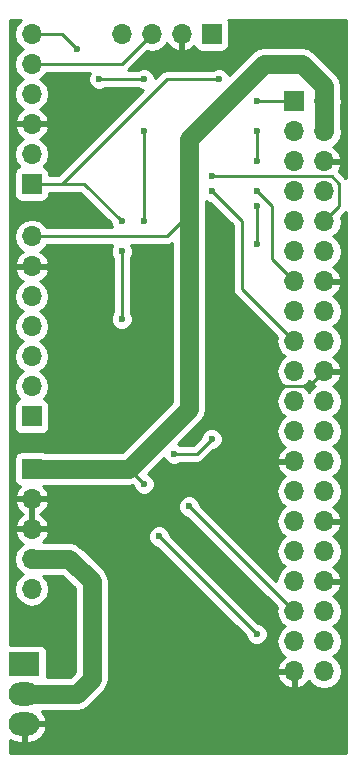
<source format=gbr>
G04 #@! TF.FileFunction,Copper,L1,Top,Signal*
%FSLAX46Y46*%
G04 Gerber Fmt 4.6, Leading zero omitted, Abs format (unit mm)*
G04 Created by KiCad (PCBNEW 4.0.7) date Thursday, August 30, 2018 'PMt' 07:12:51 PM*
%MOMM*%
%LPD*%
G01*
G04 APERTURE LIST*
%ADD10C,0.100000*%
%ADD11R,1.700000X1.700000*%
%ADD12O,1.700000X1.700000*%
%ADD13R,2.600000X2.000000*%
%ADD14O,2.600000X2.000000*%
%ADD15C,0.600000*%
%ADD16C,0.250000*%
%ADD17C,1.600000*%
%ADD18C,0.254000*%
G04 APERTURE END LIST*
D10*
D11*
X158750000Y-62230000D03*
D12*
X161290000Y-62230000D03*
X158750000Y-64770000D03*
X161290000Y-64770000D03*
X158750000Y-67310000D03*
X161290000Y-67310000D03*
X158750000Y-69850000D03*
X161290000Y-69850000D03*
X158750000Y-72390000D03*
X161290000Y-72390000D03*
X158750000Y-74930000D03*
X161290000Y-74930000D03*
X158750000Y-77470000D03*
X161290000Y-77470000D03*
X158750000Y-80010000D03*
X161290000Y-80010000D03*
X158750000Y-82550000D03*
X161290000Y-82550000D03*
X158750000Y-85090000D03*
X161290000Y-85090000D03*
X158750000Y-87630000D03*
X161290000Y-87630000D03*
X158750000Y-90170000D03*
X161290000Y-90170000D03*
X158750000Y-92710000D03*
X161290000Y-92710000D03*
X158750000Y-95250000D03*
X161290000Y-95250000D03*
X158750000Y-97790000D03*
X161290000Y-97790000D03*
X158750000Y-100330000D03*
X161290000Y-100330000D03*
X158750000Y-102870000D03*
X161290000Y-102870000D03*
X158750000Y-105410000D03*
X161290000Y-105410000D03*
X158750000Y-107950000D03*
X161290000Y-107950000D03*
X158750000Y-110490000D03*
X161290000Y-110490000D03*
D11*
X136525000Y-69215000D03*
D12*
X136525000Y-66675000D03*
X136525000Y-64135000D03*
X136525000Y-61595000D03*
X136525000Y-59055000D03*
X136525000Y-56515000D03*
D11*
X136525000Y-88900000D03*
D12*
X136525000Y-86360000D03*
X136525000Y-83820000D03*
X136525000Y-81280000D03*
X136525000Y-78740000D03*
X136525000Y-76200000D03*
X136525000Y-73660000D03*
D13*
X135890000Y-109855000D03*
D14*
X135890000Y-112395000D03*
X135890000Y-114935000D03*
D11*
X136525000Y-93345000D03*
D12*
X136525000Y-95885000D03*
X136525000Y-98425000D03*
X136525000Y-100965000D03*
X136525000Y-103505000D03*
D11*
X151765000Y-56515000D03*
D12*
X149225000Y-56515000D03*
X146685000Y-56515000D03*
X144145000Y-56515000D03*
D15*
X154305000Y-85090000D03*
X146050000Y-94615000D03*
X144145000Y-80645000D03*
X144145000Y-74930000D03*
X144145000Y-72390000D03*
X152400000Y-60325000D03*
X155575000Y-62230000D03*
X151765000Y-68580000D03*
X148590000Y-92075000D03*
X151765000Y-90805000D03*
X155575000Y-69850000D03*
X155575000Y-67310000D03*
X155575000Y-64770000D03*
X146050000Y-60325000D03*
X142240000Y-60325000D03*
X140335000Y-57785000D03*
X149860000Y-96520000D03*
X155575000Y-107315000D03*
X147320000Y-99060000D03*
X155575000Y-71120000D03*
X155575000Y-74295000D03*
X146050000Y-64770000D03*
X146050000Y-72390000D03*
X151765000Y-69850000D03*
D16*
X160020000Y-86360000D02*
X161290000Y-85090000D01*
X155575000Y-86360000D02*
X160020000Y-86360000D01*
X154305000Y-85090000D02*
X155575000Y-86360000D01*
X135255000Y-114300000D02*
X135890000Y-114935000D01*
X146050000Y-94615000D02*
X144780000Y-93345000D01*
X136525000Y-73660000D02*
X147955000Y-73660000D01*
X147955000Y-73660000D02*
X149860000Y-71755000D01*
D17*
X136525000Y-93345000D02*
X144780000Y-93345000D01*
X161290000Y-60960000D02*
X161290000Y-64770000D01*
X159385000Y-59055000D02*
X161290000Y-60960000D01*
X156210000Y-59055000D02*
X159385000Y-59055000D01*
X149860000Y-65405000D02*
X156210000Y-59055000D01*
X149860000Y-88265000D02*
X149860000Y-71755000D01*
X149860000Y-71755000D02*
X149860000Y-65405000D01*
X144780000Y-93345000D02*
X149860000Y-88265000D01*
D16*
X136525000Y-59055000D02*
X144145000Y-59055000D01*
X144145000Y-59055000D02*
X146685000Y-56515000D01*
X140970000Y-69215000D02*
X139065000Y-69215000D01*
X144145000Y-80645000D02*
X144145000Y-74930000D01*
X144145000Y-72390000D02*
X140970000Y-69215000D01*
X136525000Y-69215000D02*
X139065000Y-69215000D01*
X139065000Y-69215000D02*
X147955000Y-60325000D01*
X158750000Y-62230000D02*
X155575000Y-62230000D01*
X152400000Y-60325000D02*
X147955000Y-60325000D01*
X161290000Y-72390000D02*
X162560000Y-71120000D01*
X161925000Y-68580000D02*
X151765000Y-68580000D01*
X162560000Y-69215000D02*
X161925000Y-68580000D01*
X162560000Y-71120000D02*
X162560000Y-69215000D01*
X150495000Y-92075000D02*
X148590000Y-92075000D01*
X151765000Y-90805000D02*
X150495000Y-92075000D01*
X136525000Y-56515000D02*
X139065000Y-56515000D01*
X156845000Y-75565000D02*
X158750000Y-77470000D01*
X156845000Y-71120000D02*
X156845000Y-75565000D01*
X155575000Y-69850000D02*
X156845000Y-71120000D01*
X155575000Y-64770000D02*
X155575000Y-67310000D01*
X142240000Y-60325000D02*
X146050000Y-60325000D01*
X139065000Y-56515000D02*
X140335000Y-57785000D01*
X149860000Y-96520000D02*
X158750000Y-105410000D01*
X155575000Y-107315000D02*
X147320000Y-99060000D01*
X155575000Y-74295000D02*
X155575000Y-71120000D01*
X146050000Y-64770000D02*
X146050000Y-72390000D01*
X158750000Y-82550000D02*
X154305000Y-78105000D01*
X154305000Y-72390000D02*
X151765000Y-69850000D01*
X154305000Y-78105000D02*
X154305000Y-72390000D01*
D17*
X135890000Y-112395000D02*
X140335000Y-112395000D01*
X139700000Y-100965000D02*
X136525000Y-100965000D01*
X141605000Y-102870000D02*
X139700000Y-100965000D01*
X141605000Y-111125000D02*
X141605000Y-102870000D01*
X140335000Y-112395000D02*
X141605000Y-111125000D01*
D18*
G36*
X135445853Y-55464946D02*
X135123946Y-55946715D01*
X135010907Y-56515000D01*
X135123946Y-57083285D01*
X135445853Y-57565054D01*
X135775026Y-57785000D01*
X135445853Y-58004946D01*
X135123946Y-58486715D01*
X135010907Y-59055000D01*
X135123946Y-59623285D01*
X135445853Y-60105054D01*
X135775026Y-60325000D01*
X135445853Y-60544946D01*
X135123946Y-61026715D01*
X135010907Y-61595000D01*
X135123946Y-62163285D01*
X135445853Y-62645054D01*
X135786553Y-62872702D01*
X135643642Y-62939817D01*
X135253355Y-63368076D01*
X135083524Y-63778110D01*
X135204845Y-64008000D01*
X136398000Y-64008000D01*
X136398000Y-63988000D01*
X136652000Y-63988000D01*
X136652000Y-64008000D01*
X137845155Y-64008000D01*
X137966476Y-63778110D01*
X137796645Y-63368076D01*
X137406358Y-62939817D01*
X137263447Y-62872702D01*
X137604147Y-62645054D01*
X137926054Y-62163285D01*
X138039093Y-61595000D01*
X137926054Y-61026715D01*
X137604147Y-60544946D01*
X137274974Y-60325000D01*
X137604147Y-60105054D01*
X137797954Y-59815000D01*
X141439367Y-59815000D01*
X141305162Y-60138201D01*
X141304838Y-60510167D01*
X141446883Y-60853943D01*
X141709673Y-61117192D01*
X142053201Y-61259838D01*
X142425167Y-61260162D01*
X142768943Y-61118117D01*
X142802118Y-61085000D01*
X145487537Y-61085000D01*
X145519673Y-61117192D01*
X145863201Y-61259838D01*
X145945288Y-61259910D01*
X138750198Y-68455000D01*
X138022440Y-68455000D01*
X138022440Y-68365000D01*
X137978162Y-68129683D01*
X137839090Y-67913559D01*
X137626890Y-67768569D01*
X137559459Y-67754914D01*
X137604147Y-67725054D01*
X137926054Y-67243285D01*
X138039093Y-66675000D01*
X137926054Y-66106715D01*
X137604147Y-65624946D01*
X137263447Y-65397298D01*
X137406358Y-65330183D01*
X137796645Y-64901924D01*
X137966476Y-64491890D01*
X137845155Y-64262000D01*
X136652000Y-64262000D01*
X136652000Y-64282000D01*
X136398000Y-64282000D01*
X136398000Y-64262000D01*
X135204845Y-64262000D01*
X135083524Y-64491890D01*
X135253355Y-64901924D01*
X135643642Y-65330183D01*
X135786553Y-65397298D01*
X135445853Y-65624946D01*
X135123946Y-66106715D01*
X135010907Y-66675000D01*
X135123946Y-67243285D01*
X135445853Y-67725054D01*
X135487452Y-67752850D01*
X135439683Y-67761838D01*
X135223559Y-67900910D01*
X135078569Y-68113110D01*
X135027560Y-68365000D01*
X135027560Y-70065000D01*
X135071838Y-70300317D01*
X135210910Y-70516441D01*
X135423110Y-70661431D01*
X135675000Y-70712440D01*
X137375000Y-70712440D01*
X137610317Y-70668162D01*
X137826441Y-70529090D01*
X137971431Y-70316890D01*
X138022440Y-70065000D01*
X138022440Y-69975000D01*
X140655198Y-69975000D01*
X143209878Y-72529680D01*
X143209838Y-72575167D01*
X143344056Y-72900000D01*
X137797954Y-72900000D01*
X137604147Y-72609946D01*
X137122378Y-72288039D01*
X136554093Y-72175000D01*
X136495907Y-72175000D01*
X135927622Y-72288039D01*
X135445853Y-72609946D01*
X135123946Y-73091715D01*
X135010907Y-73660000D01*
X135123946Y-74228285D01*
X135445853Y-74710054D01*
X135786553Y-74937702D01*
X135643642Y-75004817D01*
X135253355Y-75433076D01*
X135083524Y-75843110D01*
X135204845Y-76073000D01*
X136398000Y-76073000D01*
X136398000Y-76053000D01*
X136652000Y-76053000D01*
X136652000Y-76073000D01*
X137845155Y-76073000D01*
X137966476Y-75843110D01*
X137796645Y-75433076D01*
X137406358Y-75004817D01*
X137263447Y-74937702D01*
X137604147Y-74710054D01*
X137797954Y-74420000D01*
X143344367Y-74420000D01*
X143210162Y-74743201D01*
X143209838Y-75115167D01*
X143351883Y-75458943D01*
X143385000Y-75492118D01*
X143385000Y-80082537D01*
X143352808Y-80114673D01*
X143210162Y-80458201D01*
X143209838Y-80830167D01*
X143351883Y-81173943D01*
X143614673Y-81437192D01*
X143958201Y-81579838D01*
X144330167Y-81580162D01*
X144673943Y-81438117D01*
X144937192Y-81175327D01*
X145079838Y-80831799D01*
X145080162Y-80459833D01*
X144938117Y-80116057D01*
X144905000Y-80082882D01*
X144905000Y-75492463D01*
X144937192Y-75460327D01*
X145079838Y-75116799D01*
X145080162Y-74744833D01*
X144945944Y-74420000D01*
X147955000Y-74420000D01*
X148245839Y-74362148D01*
X148425000Y-74242437D01*
X148425000Y-87670604D01*
X144185604Y-91910000D01*
X137643620Y-91910000D01*
X137626890Y-91898569D01*
X137375000Y-91847560D01*
X135675000Y-91847560D01*
X135439683Y-91891838D01*
X135223559Y-92030910D01*
X135078569Y-92243110D01*
X135027560Y-92495000D01*
X135027560Y-94195000D01*
X135071838Y-94430317D01*
X135210910Y-94646441D01*
X135423110Y-94791431D01*
X135531107Y-94813301D01*
X135253355Y-95118076D01*
X135083524Y-95528110D01*
X135204845Y-95758000D01*
X136398000Y-95758000D01*
X136398000Y-95738000D01*
X136652000Y-95738000D01*
X136652000Y-95758000D01*
X137845155Y-95758000D01*
X137966476Y-95528110D01*
X137796645Y-95118076D01*
X137520499Y-94815063D01*
X137610317Y-94798162D01*
X137638542Y-94780000D01*
X144780000Y-94780000D01*
X145080437Y-94720239D01*
X145114878Y-94754680D01*
X145114838Y-94800167D01*
X145256883Y-95143943D01*
X145519673Y-95407192D01*
X145863201Y-95549838D01*
X146235167Y-95550162D01*
X146578943Y-95408117D01*
X146842192Y-95145327D01*
X146984838Y-94801799D01*
X146985162Y-94429833D01*
X146843117Y-94086057D01*
X146580327Y-93822808D01*
X146404569Y-93749827D01*
X147724831Y-92429565D01*
X147796883Y-92603943D01*
X148059673Y-92867192D01*
X148403201Y-93009838D01*
X148775167Y-93010162D01*
X149118943Y-92868117D01*
X149152118Y-92835000D01*
X150495000Y-92835000D01*
X150785839Y-92777148D01*
X151032401Y-92612401D01*
X151904680Y-91740122D01*
X151950167Y-91740162D01*
X152293943Y-91598117D01*
X152557192Y-91335327D01*
X152699838Y-90991799D01*
X152700162Y-90619833D01*
X152558117Y-90276057D01*
X152295327Y-90012808D01*
X151951799Y-89870162D01*
X151579833Y-89869838D01*
X151236057Y-90011883D01*
X150972808Y-90274673D01*
X150830162Y-90618201D01*
X150830121Y-90665077D01*
X150180198Y-91315000D01*
X149152463Y-91315000D01*
X149120327Y-91282808D01*
X148944569Y-91209827D01*
X150874698Y-89279698D01*
X151060276Y-89001961D01*
X151185767Y-88814151D01*
X151295000Y-88265000D01*
X151295000Y-70667242D01*
X151578201Y-70784838D01*
X151625077Y-70784879D01*
X153545000Y-72704802D01*
X153545000Y-78105000D01*
X153602852Y-78395839D01*
X153767599Y-78642401D01*
X157308790Y-82183592D01*
X157235907Y-82550000D01*
X157348946Y-83118285D01*
X157670853Y-83600054D01*
X158000026Y-83820000D01*
X157670853Y-84039946D01*
X157348946Y-84521715D01*
X157235907Y-85090000D01*
X157348946Y-85658285D01*
X157670853Y-86140054D01*
X158000026Y-86360000D01*
X157670853Y-86579946D01*
X157348946Y-87061715D01*
X157235907Y-87630000D01*
X157348946Y-88198285D01*
X157670853Y-88680054D01*
X158000026Y-88900000D01*
X157670853Y-89119946D01*
X157348946Y-89601715D01*
X157235907Y-90170000D01*
X157348946Y-90738285D01*
X157670853Y-91220054D01*
X158011553Y-91447702D01*
X157868642Y-91514817D01*
X157478355Y-91943076D01*
X157308524Y-92353110D01*
X157429845Y-92583000D01*
X158623000Y-92583000D01*
X158623000Y-92563000D01*
X158877000Y-92563000D01*
X158877000Y-92583000D01*
X158897000Y-92583000D01*
X158897000Y-92837000D01*
X158877000Y-92837000D01*
X158877000Y-92857000D01*
X158623000Y-92857000D01*
X158623000Y-92837000D01*
X157429845Y-92837000D01*
X157308524Y-93066890D01*
X157478355Y-93476924D01*
X157868642Y-93905183D01*
X158011553Y-93972298D01*
X157670853Y-94199946D01*
X157348946Y-94681715D01*
X157235907Y-95250000D01*
X157348946Y-95818285D01*
X157670853Y-96300054D01*
X158000026Y-96520000D01*
X157670853Y-96739946D01*
X157348946Y-97221715D01*
X157235907Y-97790000D01*
X157348946Y-98358285D01*
X157670853Y-98840054D01*
X158000026Y-99060000D01*
X157670853Y-99279946D01*
X157348946Y-99761715D01*
X157235907Y-100330000D01*
X157348946Y-100898285D01*
X157670853Y-101380054D01*
X158000026Y-101600000D01*
X157670853Y-101819946D01*
X157348946Y-102301715D01*
X157244019Y-102829217D01*
X150795122Y-96380320D01*
X150795162Y-96334833D01*
X150653117Y-95991057D01*
X150390327Y-95727808D01*
X150046799Y-95585162D01*
X149674833Y-95584838D01*
X149331057Y-95726883D01*
X149067808Y-95989673D01*
X148925162Y-96333201D01*
X148924838Y-96705167D01*
X149066883Y-97048943D01*
X149329673Y-97312192D01*
X149673201Y-97454838D01*
X149720077Y-97454879D01*
X157308790Y-105043592D01*
X157235907Y-105410000D01*
X157348946Y-105978285D01*
X157670853Y-106460054D01*
X158000026Y-106680000D01*
X157670853Y-106899946D01*
X157348946Y-107381715D01*
X157235907Y-107950000D01*
X157348946Y-108518285D01*
X157670853Y-109000054D01*
X158011553Y-109227702D01*
X157868642Y-109294817D01*
X157478355Y-109723076D01*
X157308524Y-110133110D01*
X157429845Y-110363000D01*
X158623000Y-110363000D01*
X158623000Y-110343000D01*
X158877000Y-110343000D01*
X158877000Y-110363000D01*
X158897000Y-110363000D01*
X158897000Y-110617000D01*
X158877000Y-110617000D01*
X158877000Y-111810819D01*
X159106892Y-111931486D01*
X159631358Y-111685183D01*
X160021645Y-111256924D01*
X160021655Y-111256899D01*
X160210853Y-111540054D01*
X160692622Y-111861961D01*
X161260907Y-111975000D01*
X161319093Y-111975000D01*
X161887378Y-111861961D01*
X162369147Y-111540054D01*
X162691054Y-111058285D01*
X162804093Y-110490000D01*
X162691054Y-109921715D01*
X162369147Y-109439946D01*
X162039974Y-109220000D01*
X162369147Y-109000054D01*
X162691054Y-108518285D01*
X162804093Y-107950000D01*
X162691054Y-107381715D01*
X162369147Y-106899946D01*
X162039974Y-106680000D01*
X162369147Y-106460054D01*
X162691054Y-105978285D01*
X162804093Y-105410000D01*
X162691054Y-104841715D01*
X162369147Y-104359946D01*
X162028447Y-104132298D01*
X162171358Y-104065183D01*
X162561645Y-103636924D01*
X162731476Y-103226890D01*
X162610155Y-102997000D01*
X161417000Y-102997000D01*
X161417000Y-103017000D01*
X161163000Y-103017000D01*
X161163000Y-102997000D01*
X161143000Y-102997000D01*
X161143000Y-102743000D01*
X161163000Y-102743000D01*
X161163000Y-102723000D01*
X161417000Y-102723000D01*
X161417000Y-102743000D01*
X162610155Y-102743000D01*
X162731476Y-102513110D01*
X162561645Y-102103076D01*
X162171358Y-101674817D01*
X162028447Y-101607702D01*
X162369147Y-101380054D01*
X162691054Y-100898285D01*
X162804093Y-100330000D01*
X162691054Y-99761715D01*
X162369147Y-99279946D01*
X162028447Y-99052298D01*
X162171358Y-98985183D01*
X162561645Y-98556924D01*
X162731476Y-98146890D01*
X162610155Y-97917000D01*
X161417000Y-97917000D01*
X161417000Y-97937000D01*
X161163000Y-97937000D01*
X161163000Y-97917000D01*
X161143000Y-97917000D01*
X161143000Y-97663000D01*
X161163000Y-97663000D01*
X161163000Y-97643000D01*
X161417000Y-97643000D01*
X161417000Y-97663000D01*
X162610155Y-97663000D01*
X162731476Y-97433110D01*
X162561645Y-97023076D01*
X162171358Y-96594817D01*
X162028447Y-96527702D01*
X162369147Y-96300054D01*
X162691054Y-95818285D01*
X162804093Y-95250000D01*
X162691054Y-94681715D01*
X162369147Y-94199946D01*
X162039974Y-93980000D01*
X162369147Y-93760054D01*
X162691054Y-93278285D01*
X162804093Y-92710000D01*
X162691054Y-92141715D01*
X162369147Y-91659946D01*
X162039974Y-91440000D01*
X162369147Y-91220054D01*
X162691054Y-90738285D01*
X162804093Y-90170000D01*
X162691054Y-89601715D01*
X162369147Y-89119946D01*
X162039974Y-88900000D01*
X162369147Y-88680054D01*
X162691054Y-88198285D01*
X162804093Y-87630000D01*
X162691054Y-87061715D01*
X162369147Y-86579946D01*
X162028447Y-86352298D01*
X162171358Y-86285183D01*
X162561645Y-85856924D01*
X162731476Y-85446890D01*
X162610155Y-85217000D01*
X161417000Y-85217000D01*
X161417000Y-85237000D01*
X161163000Y-85237000D01*
X161163000Y-85217000D01*
X161143000Y-85217000D01*
X161143000Y-84963000D01*
X161163000Y-84963000D01*
X161163000Y-84943000D01*
X161417000Y-84943000D01*
X161417000Y-84963000D01*
X162610155Y-84963000D01*
X162731476Y-84733110D01*
X162561645Y-84323076D01*
X162171358Y-83894817D01*
X162028447Y-83827702D01*
X162369147Y-83600054D01*
X162691054Y-83118285D01*
X162804093Y-82550000D01*
X162691054Y-81981715D01*
X162369147Y-81499946D01*
X162039974Y-81280000D01*
X162369147Y-81060054D01*
X162691054Y-80578285D01*
X162804093Y-80010000D01*
X162691054Y-79441715D01*
X162369147Y-78959946D01*
X162028447Y-78732298D01*
X162171358Y-78665183D01*
X162561645Y-78236924D01*
X162731476Y-77826890D01*
X162610155Y-77597000D01*
X161417000Y-77597000D01*
X161417000Y-77617000D01*
X161163000Y-77617000D01*
X161163000Y-77597000D01*
X161143000Y-77597000D01*
X161143000Y-77343000D01*
X161163000Y-77343000D01*
X161163000Y-77323000D01*
X161417000Y-77323000D01*
X161417000Y-77343000D01*
X162610155Y-77343000D01*
X162731476Y-77113110D01*
X162561645Y-76703076D01*
X162171358Y-76274817D01*
X162028447Y-76207702D01*
X162369147Y-75980054D01*
X162691054Y-75498285D01*
X162804093Y-74930000D01*
X162691054Y-74361715D01*
X162369147Y-73879946D01*
X162039974Y-73660000D01*
X162369147Y-73440054D01*
X162691054Y-72958285D01*
X162804093Y-72390000D01*
X162731210Y-72023592D01*
X163097401Y-71657401D01*
X163120000Y-71623579D01*
X163120000Y-117400000D01*
X134695000Y-117400000D01*
X134695000Y-116277382D01*
X134846980Y-116396942D01*
X135463000Y-116570000D01*
X135763000Y-116570000D01*
X135763000Y-115062000D01*
X136017000Y-115062000D01*
X136017000Y-116570000D01*
X136317000Y-116570000D01*
X136933020Y-116396942D01*
X137435922Y-116001317D01*
X137749144Y-115443355D01*
X137780124Y-115315434D01*
X137660777Y-115062000D01*
X136017000Y-115062000D01*
X135763000Y-115062000D01*
X135743000Y-115062000D01*
X135743000Y-114808000D01*
X135763000Y-114808000D01*
X135763000Y-114788000D01*
X136017000Y-114788000D01*
X136017000Y-114808000D01*
X137660777Y-114808000D01*
X137780124Y-114554566D01*
X137749144Y-114426645D01*
X137435922Y-113868683D01*
X137386750Y-113830000D01*
X140335000Y-113830000D01*
X140884151Y-113720767D01*
X141349698Y-113409698D01*
X142619698Y-112139698D01*
X142930767Y-111674151D01*
X143040000Y-111125000D01*
X143040000Y-110846890D01*
X157308524Y-110846890D01*
X157478355Y-111256924D01*
X157868642Y-111685183D01*
X158393108Y-111931486D01*
X158623000Y-111810819D01*
X158623000Y-110617000D01*
X157429845Y-110617000D01*
X157308524Y-110846890D01*
X143040000Y-110846890D01*
X143040000Y-102870000D01*
X142930767Y-102320849D01*
X142619698Y-101855302D01*
X140714698Y-99950302D01*
X140661784Y-99914946D01*
X140249151Y-99639233D01*
X139700000Y-99530000D01*
X137488545Y-99530000D01*
X137748122Y-99245167D01*
X146384838Y-99245167D01*
X146526883Y-99588943D01*
X146789673Y-99852192D01*
X147133201Y-99994838D01*
X147180077Y-99994879D01*
X154639878Y-107454680D01*
X154639838Y-107500167D01*
X154781883Y-107843943D01*
X155044673Y-108107192D01*
X155388201Y-108249838D01*
X155760167Y-108250162D01*
X156103943Y-108108117D01*
X156367192Y-107845327D01*
X156509838Y-107501799D01*
X156510162Y-107129833D01*
X156368117Y-106786057D01*
X156105327Y-106522808D01*
X155761799Y-106380162D01*
X155714923Y-106380121D01*
X148255122Y-98920320D01*
X148255162Y-98874833D01*
X148113117Y-98531057D01*
X147850327Y-98267808D01*
X147506799Y-98125162D01*
X147134833Y-98124838D01*
X146791057Y-98266883D01*
X146527808Y-98529673D01*
X146385162Y-98873201D01*
X146384838Y-99245167D01*
X137748122Y-99245167D01*
X137796645Y-99191924D01*
X137966476Y-98781890D01*
X137845155Y-98552000D01*
X136652000Y-98552000D01*
X136652000Y-98572000D01*
X136398000Y-98572000D01*
X136398000Y-98552000D01*
X135204845Y-98552000D01*
X135083524Y-98781890D01*
X135253355Y-99191924D01*
X135643642Y-99620183D01*
X135786553Y-99687298D01*
X135445853Y-99914946D01*
X135123946Y-100396715D01*
X135010907Y-100965000D01*
X135123946Y-101533285D01*
X135445853Y-102015054D01*
X135775026Y-102235000D01*
X135445853Y-102454946D01*
X135123946Y-102936715D01*
X135010907Y-103505000D01*
X135123946Y-104073285D01*
X135445853Y-104555054D01*
X135927622Y-104876961D01*
X136495907Y-104990000D01*
X136554093Y-104990000D01*
X137122378Y-104876961D01*
X137604147Y-104555054D01*
X137926054Y-104073285D01*
X138039093Y-103505000D01*
X137926054Y-102936715D01*
X137604147Y-102454946D01*
X137521914Y-102400000D01*
X139105604Y-102400000D01*
X140170000Y-103464396D01*
X140170000Y-110530604D01*
X139740604Y-110960000D01*
X137816177Y-110960000D01*
X137837440Y-110855000D01*
X137837440Y-108855000D01*
X137793162Y-108619683D01*
X137654090Y-108403559D01*
X137441890Y-108258569D01*
X137190000Y-108207560D01*
X134695000Y-108207560D01*
X134695000Y-96241890D01*
X135083524Y-96241890D01*
X135253355Y-96651924D01*
X135643642Y-97080183D01*
X135802954Y-97155000D01*
X135643642Y-97229817D01*
X135253355Y-97658076D01*
X135083524Y-98068110D01*
X135204845Y-98298000D01*
X136398000Y-98298000D01*
X136398000Y-96012000D01*
X136652000Y-96012000D01*
X136652000Y-98298000D01*
X137845155Y-98298000D01*
X137966476Y-98068110D01*
X137796645Y-97658076D01*
X137406358Y-97229817D01*
X137247046Y-97155000D01*
X137406358Y-97080183D01*
X137796645Y-96651924D01*
X137966476Y-96241890D01*
X137845155Y-96012000D01*
X136652000Y-96012000D01*
X136398000Y-96012000D01*
X135204845Y-96012000D01*
X135083524Y-96241890D01*
X134695000Y-96241890D01*
X134695000Y-78740000D01*
X135010907Y-78740000D01*
X135123946Y-79308285D01*
X135445853Y-79790054D01*
X135775026Y-80010000D01*
X135445853Y-80229946D01*
X135123946Y-80711715D01*
X135010907Y-81280000D01*
X135123946Y-81848285D01*
X135445853Y-82330054D01*
X135775026Y-82550000D01*
X135445853Y-82769946D01*
X135123946Y-83251715D01*
X135010907Y-83820000D01*
X135123946Y-84388285D01*
X135445853Y-84870054D01*
X135775026Y-85090000D01*
X135445853Y-85309946D01*
X135123946Y-85791715D01*
X135010907Y-86360000D01*
X135123946Y-86928285D01*
X135445853Y-87410054D01*
X135487452Y-87437850D01*
X135439683Y-87446838D01*
X135223559Y-87585910D01*
X135078569Y-87798110D01*
X135027560Y-88050000D01*
X135027560Y-89750000D01*
X135071838Y-89985317D01*
X135210910Y-90201441D01*
X135423110Y-90346431D01*
X135675000Y-90397440D01*
X137375000Y-90397440D01*
X137610317Y-90353162D01*
X137826441Y-90214090D01*
X137971431Y-90001890D01*
X138022440Y-89750000D01*
X138022440Y-88050000D01*
X137978162Y-87814683D01*
X137839090Y-87598559D01*
X137626890Y-87453569D01*
X137559459Y-87439914D01*
X137604147Y-87410054D01*
X137926054Y-86928285D01*
X138039093Y-86360000D01*
X137926054Y-85791715D01*
X137604147Y-85309946D01*
X137274974Y-85090000D01*
X137604147Y-84870054D01*
X137926054Y-84388285D01*
X138039093Y-83820000D01*
X137926054Y-83251715D01*
X137604147Y-82769946D01*
X137274974Y-82550000D01*
X137604147Y-82330054D01*
X137926054Y-81848285D01*
X138039093Y-81280000D01*
X137926054Y-80711715D01*
X137604147Y-80229946D01*
X137274974Y-80010000D01*
X137604147Y-79790054D01*
X137926054Y-79308285D01*
X138039093Y-78740000D01*
X137926054Y-78171715D01*
X137604147Y-77689946D01*
X137263447Y-77462298D01*
X137406358Y-77395183D01*
X137796645Y-76966924D01*
X137966476Y-76556890D01*
X137845155Y-76327000D01*
X136652000Y-76327000D01*
X136652000Y-76347000D01*
X136398000Y-76347000D01*
X136398000Y-76327000D01*
X135204845Y-76327000D01*
X135083524Y-76556890D01*
X135253355Y-76966924D01*
X135643642Y-77395183D01*
X135786553Y-77462298D01*
X135445853Y-77689946D01*
X135123946Y-78171715D01*
X135010907Y-78740000D01*
X134695000Y-78740000D01*
X134695000Y-55320000D01*
X135662781Y-55320000D01*
X135445853Y-55464946D01*
X135445853Y-55464946D01*
G37*
X135445853Y-55464946D02*
X135123946Y-55946715D01*
X135010907Y-56515000D01*
X135123946Y-57083285D01*
X135445853Y-57565054D01*
X135775026Y-57785000D01*
X135445853Y-58004946D01*
X135123946Y-58486715D01*
X135010907Y-59055000D01*
X135123946Y-59623285D01*
X135445853Y-60105054D01*
X135775026Y-60325000D01*
X135445853Y-60544946D01*
X135123946Y-61026715D01*
X135010907Y-61595000D01*
X135123946Y-62163285D01*
X135445853Y-62645054D01*
X135786553Y-62872702D01*
X135643642Y-62939817D01*
X135253355Y-63368076D01*
X135083524Y-63778110D01*
X135204845Y-64008000D01*
X136398000Y-64008000D01*
X136398000Y-63988000D01*
X136652000Y-63988000D01*
X136652000Y-64008000D01*
X137845155Y-64008000D01*
X137966476Y-63778110D01*
X137796645Y-63368076D01*
X137406358Y-62939817D01*
X137263447Y-62872702D01*
X137604147Y-62645054D01*
X137926054Y-62163285D01*
X138039093Y-61595000D01*
X137926054Y-61026715D01*
X137604147Y-60544946D01*
X137274974Y-60325000D01*
X137604147Y-60105054D01*
X137797954Y-59815000D01*
X141439367Y-59815000D01*
X141305162Y-60138201D01*
X141304838Y-60510167D01*
X141446883Y-60853943D01*
X141709673Y-61117192D01*
X142053201Y-61259838D01*
X142425167Y-61260162D01*
X142768943Y-61118117D01*
X142802118Y-61085000D01*
X145487537Y-61085000D01*
X145519673Y-61117192D01*
X145863201Y-61259838D01*
X145945288Y-61259910D01*
X138750198Y-68455000D01*
X138022440Y-68455000D01*
X138022440Y-68365000D01*
X137978162Y-68129683D01*
X137839090Y-67913559D01*
X137626890Y-67768569D01*
X137559459Y-67754914D01*
X137604147Y-67725054D01*
X137926054Y-67243285D01*
X138039093Y-66675000D01*
X137926054Y-66106715D01*
X137604147Y-65624946D01*
X137263447Y-65397298D01*
X137406358Y-65330183D01*
X137796645Y-64901924D01*
X137966476Y-64491890D01*
X137845155Y-64262000D01*
X136652000Y-64262000D01*
X136652000Y-64282000D01*
X136398000Y-64282000D01*
X136398000Y-64262000D01*
X135204845Y-64262000D01*
X135083524Y-64491890D01*
X135253355Y-64901924D01*
X135643642Y-65330183D01*
X135786553Y-65397298D01*
X135445853Y-65624946D01*
X135123946Y-66106715D01*
X135010907Y-66675000D01*
X135123946Y-67243285D01*
X135445853Y-67725054D01*
X135487452Y-67752850D01*
X135439683Y-67761838D01*
X135223559Y-67900910D01*
X135078569Y-68113110D01*
X135027560Y-68365000D01*
X135027560Y-70065000D01*
X135071838Y-70300317D01*
X135210910Y-70516441D01*
X135423110Y-70661431D01*
X135675000Y-70712440D01*
X137375000Y-70712440D01*
X137610317Y-70668162D01*
X137826441Y-70529090D01*
X137971431Y-70316890D01*
X138022440Y-70065000D01*
X138022440Y-69975000D01*
X140655198Y-69975000D01*
X143209878Y-72529680D01*
X143209838Y-72575167D01*
X143344056Y-72900000D01*
X137797954Y-72900000D01*
X137604147Y-72609946D01*
X137122378Y-72288039D01*
X136554093Y-72175000D01*
X136495907Y-72175000D01*
X135927622Y-72288039D01*
X135445853Y-72609946D01*
X135123946Y-73091715D01*
X135010907Y-73660000D01*
X135123946Y-74228285D01*
X135445853Y-74710054D01*
X135786553Y-74937702D01*
X135643642Y-75004817D01*
X135253355Y-75433076D01*
X135083524Y-75843110D01*
X135204845Y-76073000D01*
X136398000Y-76073000D01*
X136398000Y-76053000D01*
X136652000Y-76053000D01*
X136652000Y-76073000D01*
X137845155Y-76073000D01*
X137966476Y-75843110D01*
X137796645Y-75433076D01*
X137406358Y-75004817D01*
X137263447Y-74937702D01*
X137604147Y-74710054D01*
X137797954Y-74420000D01*
X143344367Y-74420000D01*
X143210162Y-74743201D01*
X143209838Y-75115167D01*
X143351883Y-75458943D01*
X143385000Y-75492118D01*
X143385000Y-80082537D01*
X143352808Y-80114673D01*
X143210162Y-80458201D01*
X143209838Y-80830167D01*
X143351883Y-81173943D01*
X143614673Y-81437192D01*
X143958201Y-81579838D01*
X144330167Y-81580162D01*
X144673943Y-81438117D01*
X144937192Y-81175327D01*
X145079838Y-80831799D01*
X145080162Y-80459833D01*
X144938117Y-80116057D01*
X144905000Y-80082882D01*
X144905000Y-75492463D01*
X144937192Y-75460327D01*
X145079838Y-75116799D01*
X145080162Y-74744833D01*
X144945944Y-74420000D01*
X147955000Y-74420000D01*
X148245839Y-74362148D01*
X148425000Y-74242437D01*
X148425000Y-87670604D01*
X144185604Y-91910000D01*
X137643620Y-91910000D01*
X137626890Y-91898569D01*
X137375000Y-91847560D01*
X135675000Y-91847560D01*
X135439683Y-91891838D01*
X135223559Y-92030910D01*
X135078569Y-92243110D01*
X135027560Y-92495000D01*
X135027560Y-94195000D01*
X135071838Y-94430317D01*
X135210910Y-94646441D01*
X135423110Y-94791431D01*
X135531107Y-94813301D01*
X135253355Y-95118076D01*
X135083524Y-95528110D01*
X135204845Y-95758000D01*
X136398000Y-95758000D01*
X136398000Y-95738000D01*
X136652000Y-95738000D01*
X136652000Y-95758000D01*
X137845155Y-95758000D01*
X137966476Y-95528110D01*
X137796645Y-95118076D01*
X137520499Y-94815063D01*
X137610317Y-94798162D01*
X137638542Y-94780000D01*
X144780000Y-94780000D01*
X145080437Y-94720239D01*
X145114878Y-94754680D01*
X145114838Y-94800167D01*
X145256883Y-95143943D01*
X145519673Y-95407192D01*
X145863201Y-95549838D01*
X146235167Y-95550162D01*
X146578943Y-95408117D01*
X146842192Y-95145327D01*
X146984838Y-94801799D01*
X146985162Y-94429833D01*
X146843117Y-94086057D01*
X146580327Y-93822808D01*
X146404569Y-93749827D01*
X147724831Y-92429565D01*
X147796883Y-92603943D01*
X148059673Y-92867192D01*
X148403201Y-93009838D01*
X148775167Y-93010162D01*
X149118943Y-92868117D01*
X149152118Y-92835000D01*
X150495000Y-92835000D01*
X150785839Y-92777148D01*
X151032401Y-92612401D01*
X151904680Y-91740122D01*
X151950167Y-91740162D01*
X152293943Y-91598117D01*
X152557192Y-91335327D01*
X152699838Y-90991799D01*
X152700162Y-90619833D01*
X152558117Y-90276057D01*
X152295327Y-90012808D01*
X151951799Y-89870162D01*
X151579833Y-89869838D01*
X151236057Y-90011883D01*
X150972808Y-90274673D01*
X150830162Y-90618201D01*
X150830121Y-90665077D01*
X150180198Y-91315000D01*
X149152463Y-91315000D01*
X149120327Y-91282808D01*
X148944569Y-91209827D01*
X150874698Y-89279698D01*
X151060276Y-89001961D01*
X151185767Y-88814151D01*
X151295000Y-88265000D01*
X151295000Y-70667242D01*
X151578201Y-70784838D01*
X151625077Y-70784879D01*
X153545000Y-72704802D01*
X153545000Y-78105000D01*
X153602852Y-78395839D01*
X153767599Y-78642401D01*
X157308790Y-82183592D01*
X157235907Y-82550000D01*
X157348946Y-83118285D01*
X157670853Y-83600054D01*
X158000026Y-83820000D01*
X157670853Y-84039946D01*
X157348946Y-84521715D01*
X157235907Y-85090000D01*
X157348946Y-85658285D01*
X157670853Y-86140054D01*
X158000026Y-86360000D01*
X157670853Y-86579946D01*
X157348946Y-87061715D01*
X157235907Y-87630000D01*
X157348946Y-88198285D01*
X157670853Y-88680054D01*
X158000026Y-88900000D01*
X157670853Y-89119946D01*
X157348946Y-89601715D01*
X157235907Y-90170000D01*
X157348946Y-90738285D01*
X157670853Y-91220054D01*
X158011553Y-91447702D01*
X157868642Y-91514817D01*
X157478355Y-91943076D01*
X157308524Y-92353110D01*
X157429845Y-92583000D01*
X158623000Y-92583000D01*
X158623000Y-92563000D01*
X158877000Y-92563000D01*
X158877000Y-92583000D01*
X158897000Y-92583000D01*
X158897000Y-92837000D01*
X158877000Y-92837000D01*
X158877000Y-92857000D01*
X158623000Y-92857000D01*
X158623000Y-92837000D01*
X157429845Y-92837000D01*
X157308524Y-93066890D01*
X157478355Y-93476924D01*
X157868642Y-93905183D01*
X158011553Y-93972298D01*
X157670853Y-94199946D01*
X157348946Y-94681715D01*
X157235907Y-95250000D01*
X157348946Y-95818285D01*
X157670853Y-96300054D01*
X158000026Y-96520000D01*
X157670853Y-96739946D01*
X157348946Y-97221715D01*
X157235907Y-97790000D01*
X157348946Y-98358285D01*
X157670853Y-98840054D01*
X158000026Y-99060000D01*
X157670853Y-99279946D01*
X157348946Y-99761715D01*
X157235907Y-100330000D01*
X157348946Y-100898285D01*
X157670853Y-101380054D01*
X158000026Y-101600000D01*
X157670853Y-101819946D01*
X157348946Y-102301715D01*
X157244019Y-102829217D01*
X150795122Y-96380320D01*
X150795162Y-96334833D01*
X150653117Y-95991057D01*
X150390327Y-95727808D01*
X150046799Y-95585162D01*
X149674833Y-95584838D01*
X149331057Y-95726883D01*
X149067808Y-95989673D01*
X148925162Y-96333201D01*
X148924838Y-96705167D01*
X149066883Y-97048943D01*
X149329673Y-97312192D01*
X149673201Y-97454838D01*
X149720077Y-97454879D01*
X157308790Y-105043592D01*
X157235907Y-105410000D01*
X157348946Y-105978285D01*
X157670853Y-106460054D01*
X158000026Y-106680000D01*
X157670853Y-106899946D01*
X157348946Y-107381715D01*
X157235907Y-107950000D01*
X157348946Y-108518285D01*
X157670853Y-109000054D01*
X158011553Y-109227702D01*
X157868642Y-109294817D01*
X157478355Y-109723076D01*
X157308524Y-110133110D01*
X157429845Y-110363000D01*
X158623000Y-110363000D01*
X158623000Y-110343000D01*
X158877000Y-110343000D01*
X158877000Y-110363000D01*
X158897000Y-110363000D01*
X158897000Y-110617000D01*
X158877000Y-110617000D01*
X158877000Y-111810819D01*
X159106892Y-111931486D01*
X159631358Y-111685183D01*
X160021645Y-111256924D01*
X160021655Y-111256899D01*
X160210853Y-111540054D01*
X160692622Y-111861961D01*
X161260907Y-111975000D01*
X161319093Y-111975000D01*
X161887378Y-111861961D01*
X162369147Y-111540054D01*
X162691054Y-111058285D01*
X162804093Y-110490000D01*
X162691054Y-109921715D01*
X162369147Y-109439946D01*
X162039974Y-109220000D01*
X162369147Y-109000054D01*
X162691054Y-108518285D01*
X162804093Y-107950000D01*
X162691054Y-107381715D01*
X162369147Y-106899946D01*
X162039974Y-106680000D01*
X162369147Y-106460054D01*
X162691054Y-105978285D01*
X162804093Y-105410000D01*
X162691054Y-104841715D01*
X162369147Y-104359946D01*
X162028447Y-104132298D01*
X162171358Y-104065183D01*
X162561645Y-103636924D01*
X162731476Y-103226890D01*
X162610155Y-102997000D01*
X161417000Y-102997000D01*
X161417000Y-103017000D01*
X161163000Y-103017000D01*
X161163000Y-102997000D01*
X161143000Y-102997000D01*
X161143000Y-102743000D01*
X161163000Y-102743000D01*
X161163000Y-102723000D01*
X161417000Y-102723000D01*
X161417000Y-102743000D01*
X162610155Y-102743000D01*
X162731476Y-102513110D01*
X162561645Y-102103076D01*
X162171358Y-101674817D01*
X162028447Y-101607702D01*
X162369147Y-101380054D01*
X162691054Y-100898285D01*
X162804093Y-100330000D01*
X162691054Y-99761715D01*
X162369147Y-99279946D01*
X162028447Y-99052298D01*
X162171358Y-98985183D01*
X162561645Y-98556924D01*
X162731476Y-98146890D01*
X162610155Y-97917000D01*
X161417000Y-97917000D01*
X161417000Y-97937000D01*
X161163000Y-97937000D01*
X161163000Y-97917000D01*
X161143000Y-97917000D01*
X161143000Y-97663000D01*
X161163000Y-97663000D01*
X161163000Y-97643000D01*
X161417000Y-97643000D01*
X161417000Y-97663000D01*
X162610155Y-97663000D01*
X162731476Y-97433110D01*
X162561645Y-97023076D01*
X162171358Y-96594817D01*
X162028447Y-96527702D01*
X162369147Y-96300054D01*
X162691054Y-95818285D01*
X162804093Y-95250000D01*
X162691054Y-94681715D01*
X162369147Y-94199946D01*
X162039974Y-93980000D01*
X162369147Y-93760054D01*
X162691054Y-93278285D01*
X162804093Y-92710000D01*
X162691054Y-92141715D01*
X162369147Y-91659946D01*
X162039974Y-91440000D01*
X162369147Y-91220054D01*
X162691054Y-90738285D01*
X162804093Y-90170000D01*
X162691054Y-89601715D01*
X162369147Y-89119946D01*
X162039974Y-88900000D01*
X162369147Y-88680054D01*
X162691054Y-88198285D01*
X162804093Y-87630000D01*
X162691054Y-87061715D01*
X162369147Y-86579946D01*
X162028447Y-86352298D01*
X162171358Y-86285183D01*
X162561645Y-85856924D01*
X162731476Y-85446890D01*
X162610155Y-85217000D01*
X161417000Y-85217000D01*
X161417000Y-85237000D01*
X161163000Y-85237000D01*
X161163000Y-85217000D01*
X161143000Y-85217000D01*
X161143000Y-84963000D01*
X161163000Y-84963000D01*
X161163000Y-84943000D01*
X161417000Y-84943000D01*
X161417000Y-84963000D01*
X162610155Y-84963000D01*
X162731476Y-84733110D01*
X162561645Y-84323076D01*
X162171358Y-83894817D01*
X162028447Y-83827702D01*
X162369147Y-83600054D01*
X162691054Y-83118285D01*
X162804093Y-82550000D01*
X162691054Y-81981715D01*
X162369147Y-81499946D01*
X162039974Y-81280000D01*
X162369147Y-81060054D01*
X162691054Y-80578285D01*
X162804093Y-80010000D01*
X162691054Y-79441715D01*
X162369147Y-78959946D01*
X162028447Y-78732298D01*
X162171358Y-78665183D01*
X162561645Y-78236924D01*
X162731476Y-77826890D01*
X162610155Y-77597000D01*
X161417000Y-77597000D01*
X161417000Y-77617000D01*
X161163000Y-77617000D01*
X161163000Y-77597000D01*
X161143000Y-77597000D01*
X161143000Y-77343000D01*
X161163000Y-77343000D01*
X161163000Y-77323000D01*
X161417000Y-77323000D01*
X161417000Y-77343000D01*
X162610155Y-77343000D01*
X162731476Y-77113110D01*
X162561645Y-76703076D01*
X162171358Y-76274817D01*
X162028447Y-76207702D01*
X162369147Y-75980054D01*
X162691054Y-75498285D01*
X162804093Y-74930000D01*
X162691054Y-74361715D01*
X162369147Y-73879946D01*
X162039974Y-73660000D01*
X162369147Y-73440054D01*
X162691054Y-72958285D01*
X162804093Y-72390000D01*
X162731210Y-72023592D01*
X163097401Y-71657401D01*
X163120000Y-71623579D01*
X163120000Y-117400000D01*
X134695000Y-117400000D01*
X134695000Y-116277382D01*
X134846980Y-116396942D01*
X135463000Y-116570000D01*
X135763000Y-116570000D01*
X135763000Y-115062000D01*
X136017000Y-115062000D01*
X136017000Y-116570000D01*
X136317000Y-116570000D01*
X136933020Y-116396942D01*
X137435922Y-116001317D01*
X137749144Y-115443355D01*
X137780124Y-115315434D01*
X137660777Y-115062000D01*
X136017000Y-115062000D01*
X135763000Y-115062000D01*
X135743000Y-115062000D01*
X135743000Y-114808000D01*
X135763000Y-114808000D01*
X135763000Y-114788000D01*
X136017000Y-114788000D01*
X136017000Y-114808000D01*
X137660777Y-114808000D01*
X137780124Y-114554566D01*
X137749144Y-114426645D01*
X137435922Y-113868683D01*
X137386750Y-113830000D01*
X140335000Y-113830000D01*
X140884151Y-113720767D01*
X141349698Y-113409698D01*
X142619698Y-112139698D01*
X142930767Y-111674151D01*
X143040000Y-111125000D01*
X143040000Y-110846890D01*
X157308524Y-110846890D01*
X157478355Y-111256924D01*
X157868642Y-111685183D01*
X158393108Y-111931486D01*
X158623000Y-111810819D01*
X158623000Y-110617000D01*
X157429845Y-110617000D01*
X157308524Y-110846890D01*
X143040000Y-110846890D01*
X143040000Y-102870000D01*
X142930767Y-102320849D01*
X142619698Y-101855302D01*
X140714698Y-99950302D01*
X140661784Y-99914946D01*
X140249151Y-99639233D01*
X139700000Y-99530000D01*
X137488545Y-99530000D01*
X137748122Y-99245167D01*
X146384838Y-99245167D01*
X146526883Y-99588943D01*
X146789673Y-99852192D01*
X147133201Y-99994838D01*
X147180077Y-99994879D01*
X154639878Y-107454680D01*
X154639838Y-107500167D01*
X154781883Y-107843943D01*
X155044673Y-108107192D01*
X155388201Y-108249838D01*
X155760167Y-108250162D01*
X156103943Y-108108117D01*
X156367192Y-107845327D01*
X156509838Y-107501799D01*
X156510162Y-107129833D01*
X156368117Y-106786057D01*
X156105327Y-106522808D01*
X155761799Y-106380162D01*
X155714923Y-106380121D01*
X148255122Y-98920320D01*
X148255162Y-98874833D01*
X148113117Y-98531057D01*
X147850327Y-98267808D01*
X147506799Y-98125162D01*
X147134833Y-98124838D01*
X146791057Y-98266883D01*
X146527808Y-98529673D01*
X146385162Y-98873201D01*
X146384838Y-99245167D01*
X137748122Y-99245167D01*
X137796645Y-99191924D01*
X137966476Y-98781890D01*
X137845155Y-98552000D01*
X136652000Y-98552000D01*
X136652000Y-98572000D01*
X136398000Y-98572000D01*
X136398000Y-98552000D01*
X135204845Y-98552000D01*
X135083524Y-98781890D01*
X135253355Y-99191924D01*
X135643642Y-99620183D01*
X135786553Y-99687298D01*
X135445853Y-99914946D01*
X135123946Y-100396715D01*
X135010907Y-100965000D01*
X135123946Y-101533285D01*
X135445853Y-102015054D01*
X135775026Y-102235000D01*
X135445853Y-102454946D01*
X135123946Y-102936715D01*
X135010907Y-103505000D01*
X135123946Y-104073285D01*
X135445853Y-104555054D01*
X135927622Y-104876961D01*
X136495907Y-104990000D01*
X136554093Y-104990000D01*
X137122378Y-104876961D01*
X137604147Y-104555054D01*
X137926054Y-104073285D01*
X138039093Y-103505000D01*
X137926054Y-102936715D01*
X137604147Y-102454946D01*
X137521914Y-102400000D01*
X139105604Y-102400000D01*
X140170000Y-103464396D01*
X140170000Y-110530604D01*
X139740604Y-110960000D01*
X137816177Y-110960000D01*
X137837440Y-110855000D01*
X137837440Y-108855000D01*
X137793162Y-108619683D01*
X137654090Y-108403559D01*
X137441890Y-108258569D01*
X137190000Y-108207560D01*
X134695000Y-108207560D01*
X134695000Y-96241890D01*
X135083524Y-96241890D01*
X135253355Y-96651924D01*
X135643642Y-97080183D01*
X135802954Y-97155000D01*
X135643642Y-97229817D01*
X135253355Y-97658076D01*
X135083524Y-98068110D01*
X135204845Y-98298000D01*
X136398000Y-98298000D01*
X136398000Y-96012000D01*
X136652000Y-96012000D01*
X136652000Y-98298000D01*
X137845155Y-98298000D01*
X137966476Y-98068110D01*
X137796645Y-97658076D01*
X137406358Y-97229817D01*
X137247046Y-97155000D01*
X137406358Y-97080183D01*
X137796645Y-96651924D01*
X137966476Y-96241890D01*
X137845155Y-96012000D01*
X136652000Y-96012000D01*
X136398000Y-96012000D01*
X135204845Y-96012000D01*
X135083524Y-96241890D01*
X134695000Y-96241890D01*
X134695000Y-78740000D01*
X135010907Y-78740000D01*
X135123946Y-79308285D01*
X135445853Y-79790054D01*
X135775026Y-80010000D01*
X135445853Y-80229946D01*
X135123946Y-80711715D01*
X135010907Y-81280000D01*
X135123946Y-81848285D01*
X135445853Y-82330054D01*
X135775026Y-82550000D01*
X135445853Y-82769946D01*
X135123946Y-83251715D01*
X135010907Y-83820000D01*
X135123946Y-84388285D01*
X135445853Y-84870054D01*
X135775026Y-85090000D01*
X135445853Y-85309946D01*
X135123946Y-85791715D01*
X135010907Y-86360000D01*
X135123946Y-86928285D01*
X135445853Y-87410054D01*
X135487452Y-87437850D01*
X135439683Y-87446838D01*
X135223559Y-87585910D01*
X135078569Y-87798110D01*
X135027560Y-88050000D01*
X135027560Y-89750000D01*
X135071838Y-89985317D01*
X135210910Y-90201441D01*
X135423110Y-90346431D01*
X135675000Y-90397440D01*
X137375000Y-90397440D01*
X137610317Y-90353162D01*
X137826441Y-90214090D01*
X137971431Y-90001890D01*
X138022440Y-89750000D01*
X138022440Y-88050000D01*
X137978162Y-87814683D01*
X137839090Y-87598559D01*
X137626890Y-87453569D01*
X137559459Y-87439914D01*
X137604147Y-87410054D01*
X137926054Y-86928285D01*
X138039093Y-86360000D01*
X137926054Y-85791715D01*
X137604147Y-85309946D01*
X137274974Y-85090000D01*
X137604147Y-84870054D01*
X137926054Y-84388285D01*
X138039093Y-83820000D01*
X137926054Y-83251715D01*
X137604147Y-82769946D01*
X137274974Y-82550000D01*
X137604147Y-82330054D01*
X137926054Y-81848285D01*
X138039093Y-81280000D01*
X137926054Y-80711715D01*
X137604147Y-80229946D01*
X137274974Y-80010000D01*
X137604147Y-79790054D01*
X137926054Y-79308285D01*
X138039093Y-78740000D01*
X137926054Y-78171715D01*
X137604147Y-77689946D01*
X137263447Y-77462298D01*
X137406358Y-77395183D01*
X137796645Y-76966924D01*
X137966476Y-76556890D01*
X137845155Y-76327000D01*
X136652000Y-76327000D01*
X136652000Y-76347000D01*
X136398000Y-76347000D01*
X136398000Y-76327000D01*
X135204845Y-76327000D01*
X135083524Y-76556890D01*
X135253355Y-76966924D01*
X135643642Y-77395183D01*
X135786553Y-77462298D01*
X135445853Y-77689946D01*
X135123946Y-78171715D01*
X135010907Y-78740000D01*
X134695000Y-78740000D01*
X134695000Y-55320000D01*
X135662781Y-55320000D01*
X135445853Y-55464946D01*
G36*
X160018355Y-85856924D02*
X160408642Y-86285183D01*
X160551553Y-86352298D01*
X160210853Y-86579946D01*
X160020000Y-86865578D01*
X159829147Y-86579946D01*
X159499974Y-86360000D01*
X159829147Y-86140054D01*
X160018345Y-85856899D01*
X160018355Y-85856924D01*
X160018355Y-85856924D01*
G37*
X160018355Y-85856924D02*
X160408642Y-86285183D01*
X160551553Y-86352298D01*
X160210853Y-86579946D01*
X160020000Y-86865578D01*
X159829147Y-86579946D01*
X159499974Y-86360000D01*
X159829147Y-86140054D01*
X160018345Y-85856899D01*
X160018355Y-85856924D01*
G36*
X158877000Y-72263000D02*
X158897000Y-72263000D01*
X158897000Y-72517000D01*
X158877000Y-72517000D01*
X158877000Y-72537000D01*
X158623000Y-72537000D01*
X158623000Y-72517000D01*
X158603000Y-72517000D01*
X158603000Y-72263000D01*
X158623000Y-72263000D01*
X158623000Y-72243000D01*
X158877000Y-72243000D01*
X158877000Y-72263000D01*
X158877000Y-72263000D01*
G37*
X158877000Y-72263000D02*
X158897000Y-72263000D01*
X158897000Y-72517000D01*
X158877000Y-72517000D01*
X158877000Y-72537000D01*
X158623000Y-72537000D01*
X158623000Y-72517000D01*
X158603000Y-72517000D01*
X158603000Y-72263000D01*
X158623000Y-72263000D01*
X158623000Y-72243000D01*
X158877000Y-72243000D01*
X158877000Y-72263000D01*
G36*
X163120000Y-68711421D02*
X163097401Y-68677599D01*
X162530691Y-68110889D01*
X162561645Y-68076924D01*
X162731476Y-67666890D01*
X162610155Y-67437000D01*
X161417000Y-67437000D01*
X161417000Y-67457000D01*
X161163000Y-67457000D01*
X161163000Y-67437000D01*
X161143000Y-67437000D01*
X161143000Y-67183000D01*
X161163000Y-67183000D01*
X161163000Y-67163000D01*
X161417000Y-67163000D01*
X161417000Y-67183000D01*
X162610155Y-67183000D01*
X162731476Y-66953110D01*
X162561645Y-66543076D01*
X162171358Y-66114817D01*
X162028447Y-66047702D01*
X162369147Y-65820054D01*
X162691054Y-65338285D01*
X162804093Y-64770000D01*
X162725000Y-64372373D01*
X162725000Y-62627627D01*
X162804093Y-62230000D01*
X162725000Y-61832373D01*
X162725000Y-60960000D01*
X162615767Y-60410849D01*
X162304698Y-59945302D01*
X160399698Y-58040302D01*
X160297176Y-57971799D01*
X159934151Y-57729233D01*
X159385000Y-57620000D01*
X156210000Y-57620000D01*
X155660849Y-57729233D01*
X155195302Y-58040302D01*
X153265169Y-59970435D01*
X153193117Y-59796057D01*
X152930327Y-59532808D01*
X152586799Y-59390162D01*
X152214833Y-59389838D01*
X151871057Y-59531883D01*
X151837882Y-59565000D01*
X147955000Y-59565000D01*
X147664161Y-59622852D01*
X147417599Y-59787599D01*
X146985092Y-60220106D01*
X146985162Y-60139833D01*
X146843117Y-59796057D01*
X146580327Y-59532808D01*
X146236799Y-59390162D01*
X145864833Y-59389838D01*
X145521057Y-59531883D01*
X145487882Y-59565000D01*
X144709802Y-59565000D01*
X146318592Y-57956210D01*
X146685000Y-58029093D01*
X147253285Y-57916054D01*
X147735054Y-57594147D01*
X147962702Y-57253447D01*
X148029817Y-57396358D01*
X148458076Y-57786645D01*
X148868110Y-57956476D01*
X149098000Y-57835155D01*
X149098000Y-56642000D01*
X149078000Y-56642000D01*
X149078000Y-56388000D01*
X149098000Y-56388000D01*
X149098000Y-56368000D01*
X149352000Y-56368000D01*
X149352000Y-56388000D01*
X149372000Y-56388000D01*
X149372000Y-56642000D01*
X149352000Y-56642000D01*
X149352000Y-57835155D01*
X149581890Y-57956476D01*
X149991924Y-57786645D01*
X150294937Y-57510499D01*
X150311838Y-57600317D01*
X150450910Y-57816441D01*
X150663110Y-57961431D01*
X150915000Y-58012440D01*
X152615000Y-58012440D01*
X152850317Y-57968162D01*
X153066441Y-57829090D01*
X153211431Y-57616890D01*
X153262440Y-57365000D01*
X153262440Y-55665000D01*
X153218162Y-55429683D01*
X153147583Y-55320000D01*
X163120000Y-55320000D01*
X163120000Y-68711421D01*
X163120000Y-68711421D01*
G37*
X163120000Y-68711421D02*
X163097401Y-68677599D01*
X162530691Y-68110889D01*
X162561645Y-68076924D01*
X162731476Y-67666890D01*
X162610155Y-67437000D01*
X161417000Y-67437000D01*
X161417000Y-67457000D01*
X161163000Y-67457000D01*
X161163000Y-67437000D01*
X161143000Y-67437000D01*
X161143000Y-67183000D01*
X161163000Y-67183000D01*
X161163000Y-67163000D01*
X161417000Y-67163000D01*
X161417000Y-67183000D01*
X162610155Y-67183000D01*
X162731476Y-66953110D01*
X162561645Y-66543076D01*
X162171358Y-66114817D01*
X162028447Y-66047702D01*
X162369147Y-65820054D01*
X162691054Y-65338285D01*
X162804093Y-64770000D01*
X162725000Y-64372373D01*
X162725000Y-62627627D01*
X162804093Y-62230000D01*
X162725000Y-61832373D01*
X162725000Y-60960000D01*
X162615767Y-60410849D01*
X162304698Y-59945302D01*
X160399698Y-58040302D01*
X160297176Y-57971799D01*
X159934151Y-57729233D01*
X159385000Y-57620000D01*
X156210000Y-57620000D01*
X155660849Y-57729233D01*
X155195302Y-58040302D01*
X153265169Y-59970435D01*
X153193117Y-59796057D01*
X152930327Y-59532808D01*
X152586799Y-59390162D01*
X152214833Y-59389838D01*
X151871057Y-59531883D01*
X151837882Y-59565000D01*
X147955000Y-59565000D01*
X147664161Y-59622852D01*
X147417599Y-59787599D01*
X146985092Y-60220106D01*
X146985162Y-60139833D01*
X146843117Y-59796057D01*
X146580327Y-59532808D01*
X146236799Y-59390162D01*
X145864833Y-59389838D01*
X145521057Y-59531883D01*
X145487882Y-59565000D01*
X144709802Y-59565000D01*
X146318592Y-57956210D01*
X146685000Y-58029093D01*
X147253285Y-57916054D01*
X147735054Y-57594147D01*
X147962702Y-57253447D01*
X148029817Y-57396358D01*
X148458076Y-57786645D01*
X148868110Y-57956476D01*
X149098000Y-57835155D01*
X149098000Y-56642000D01*
X149078000Y-56642000D01*
X149078000Y-56388000D01*
X149098000Y-56388000D01*
X149098000Y-56368000D01*
X149352000Y-56368000D01*
X149352000Y-56388000D01*
X149372000Y-56388000D01*
X149372000Y-56642000D01*
X149352000Y-56642000D01*
X149352000Y-57835155D01*
X149581890Y-57956476D01*
X149991924Y-57786645D01*
X150294937Y-57510499D01*
X150311838Y-57600317D01*
X150450910Y-57816441D01*
X150663110Y-57961431D01*
X150915000Y-58012440D01*
X152615000Y-58012440D01*
X152850317Y-57968162D01*
X153066441Y-57829090D01*
X153211431Y-57616890D01*
X153262440Y-57365000D01*
X153262440Y-55665000D01*
X153218162Y-55429683D01*
X153147583Y-55320000D01*
X163120000Y-55320000D01*
X163120000Y-68711421D01*
M02*

</source>
